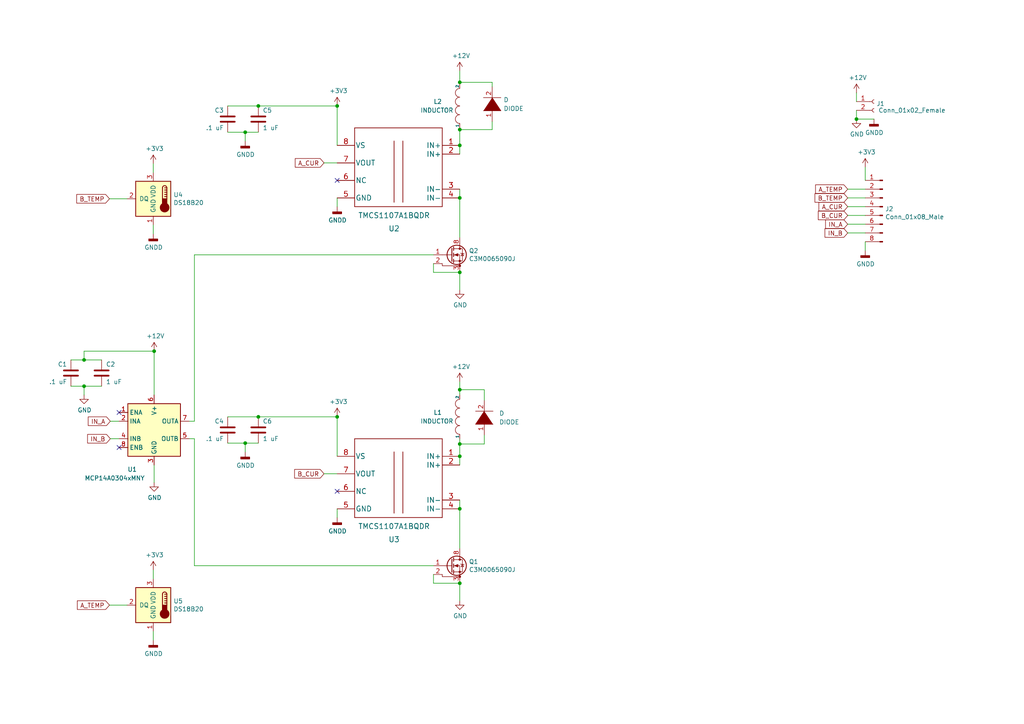
<source format=kicad_sch>
(kicad_sch (version 20211123) (generator eeschema)
  (paper "A4")
  (lib_symbols
    (symbol "Connector:Conn_01x02_Female" (pin_names (offset 1.016) hide)
      (property "Reference" "J" (at 0 2.54 0))
      (property "Value" "Conn_01x02_Female" (at 0 -5.08 0))
      (symbol "Conn_01x02_Female_1_1"
        (arc (start 0 -2.032) (mid -0.508 -2.54) (end 0 -3.048) (stroke (width 0.1524)))
        (polyline (pts (xy -1.27 -2.54) (xy -0.508 -2.54)) (stroke (width 0.1524)))
        (polyline (pts (xy -1.27 0) (xy -0.508 0)) (stroke (width 0.1524)))
        (arc (start 0 0.508) (mid -0.508 0) (end 0 -0.508) (stroke (width 0.1524)))
        (pin passive line (at -5.08 0 0) (length 3.81) (name "Pin_1") (number "1"))
        (pin passive line (at -5.08 -2.54 0) (length 3.81) (name "Pin_2") (number "2"))
      )
    )
    (symbol "Connector:Conn_01x08_Male" (pin_names (offset 1.016) hide)
      (property "Reference" "J" (at 0 10.16 0))
      (property "Value" "Conn_01x08_Male" (at 0 -12.7 0))
      (symbol "Conn_01x08_Male_1_1"
        (polyline (pts (xy 1.27 -10.16) (xy 0.8636 -10.16)) (stroke (width 0.1524)))
        (polyline (pts (xy 1.27 -7.62) (xy 0.8636 -7.62)) (stroke (width 0.1524)))
        (polyline (pts (xy 1.27 -5.08) (xy 0.8636 -5.08)) (stroke (width 0.1524)))
        (polyline (pts (xy 1.27 -2.54) (xy 0.8636 -2.54)) (stroke (width 0.1524)))
        (polyline (pts (xy 1.27 0) (xy 0.8636 0)) (stroke (width 0.1524)))
        (polyline (pts (xy 1.27 2.54) (xy 0.8636 2.54)) (stroke (width 0.1524)))
        (polyline (pts (xy 1.27 5.08) (xy 0.8636 5.08)) (stroke (width 0.1524)))
        (polyline (pts (xy 1.27 7.62) (xy 0.8636 7.62)) (stroke (width 0.1524)))
        (rectangle (start 0.8636 -10.033) (end 0 -10.287) (stroke (width 0.1524)) (fill (type outline)))
        (rectangle (start 0.8636 -7.493) (end 0 -7.747) (stroke (width 0.1524)) (fill (type outline)))
        (rectangle (start 0.8636 -4.953) (end 0 -5.207) (stroke (width 0.1524)) (fill (type outline)))
        (rectangle (start 0.8636 -2.413) (end 0 -2.667) (stroke (width 0.1524)) (fill (type outline)))
        (rectangle (start 0.8636 0.127) (end 0 -0.127) (stroke (width 0.1524)) (fill (type outline)))
        (rectangle (start 0.8636 2.667) (end 0 2.413) (stroke (width 0.1524)) (fill (type outline)))
        (rectangle (start 0.8636 5.207) (end 0 4.953) (stroke (width 0.1524)) (fill (type outline)))
        (rectangle (start 0.8636 7.747) (end 0 7.493) (stroke (width 0.1524)) (fill (type outline)))
        (pin passive line (at 5.08 7.62 180) (length 3.81) (name "Pin_1") (number "1"))
        (pin passive line (at 5.08 5.08 180) (length 3.81) (name "Pin_2") (number "2"))
        (pin passive line (at 5.08 2.54 180) (length 3.81) (name "Pin_3") (number "3"))
        (pin passive line (at 5.08 0 180) (length 3.81) (name "Pin_4") (number "4"))
        (pin passive line (at 5.08 -2.54 180) (length 3.81) (name "Pin_5") (number "5"))
        (pin passive line (at 5.08 -5.08 180) (length 3.81) (name "Pin_6") (number "6"))
        (pin passive line (at 5.08 -7.62 180) (length 3.81) (name "Pin_7") (number "7"))
        (pin passive line (at 5.08 -10.16 180) (length 3.81) (name "Pin_8") (number "8"))
      )
    )
    (symbol "Device:C" (pin_numbers hide) (pin_names (offset 0.254))
      (property "Reference" "C" (at 0.635 2.54 0))
      (property "Value" "C" (at 0.635 -2.54 0))
      (symbol "C_0_1"
        (polyline (pts (xy -2.032 -0.762) (xy 2.032 -0.762)) (stroke (width 0.508)))
        (polyline (pts (xy -2.032 0.762) (xy 2.032 0.762)) (stroke (width 0.508)))
      )
      (symbol "C_1_1"
        (pin passive line (at 0 3.81 270) (length 2.794) (name "~") (number "1"))
        (pin passive line (at 0 -3.81 90) (length 2.794) (name "~") (number "2"))
      )
    )
    (symbol "Driver_FET:MCP14A0304xMNY"
      (property "Reference" "U" (at -7.62 8.89 0))
      (property "Value" "MCP14A0304xMNY" (at 1.27 8.89 0))
      (symbol "MCP14A0304xMNY_0_1"
        (rectangle (start -7.62 -7.62) (end 7.62 7.62) (stroke (width 0.254)) (fill (type background)))
      )
      (symbol "MCP14A0304xMNY_1_1"
        (pin input line (at -10.16 5.08 0) (length 2.54) (name "ENA") (number "1"))
        (pin input line (at -10.16 2.54 0) (length 2.54) (name "INA") (number "2"))
        (pin power_in line (at 0 -10.16 90) (length 2.54) (name "GND") (number "3"))
        (pin input line (at -10.16 -2.54 0) (length 2.54) (name "INB") (number "4"))
        (pin output line (at 10.16 -2.54 180) (length 2.54) (name "OUTB") (number "5"))
        (pin power_in line (at 0 10.16 270) (length 2.54) (name "V+") (number "6"))
        (pin output line (at 10.16 2.54 180) (length 2.54) (name "OUTA") (number "7"))
        (pin input line (at -10.16 -5.08 0) (length 2.54) (name "ENB") (number "8"))
        (pin passive line (at 0 -10.16 90) (length 2.54) hide (name "GND") (number "9"))
      )
    )
    (symbol "Sensor_Temperature:DS18B20" (pin_names (offset 1.016))
      (property "Reference" "U" (at -3.81 6.35 0))
      (property "Value" "DS18B20" (at 6.35 6.35 0))
      (symbol "DS18B20_0_1"
        (rectangle (start -5.08 5.08) (end 5.08 -5.08) (stroke (width 0.254)) (fill (type background)))
        (circle (center -3.302 -2.54) (radius 1.27) (stroke (width 0.254)) (fill (type outline)))
        (rectangle (start -2.667 -1.905) (end -3.937 0) (stroke (width 0.254)) (fill (type outline)))
        (arc (start -2.667 3.175) (mid -3.302 3.81) (end -3.937 3.175) (stroke (width 0.254)))
        (polyline (pts (xy -3.937 0.635) (xy -3.302 0.635)) (stroke (width 0.254)))
        (polyline (pts (xy -3.937 1.27) (xy -3.302 1.27)) (stroke (width 0.254)))
        (polyline (pts (xy -3.937 1.905) (xy -3.302 1.905)) (stroke (width 0.254)))
        (polyline (pts (xy -3.937 2.54) (xy -3.302 2.54)) (stroke (width 0.254)))
        (polyline (pts (xy -3.937 3.175) (xy -3.937 0)) (stroke (width 0.254)))
        (polyline (pts (xy -3.937 3.175) (xy -3.302 3.175)) (stroke (width 0.254)))
        (polyline (pts (xy -2.667 3.175) (xy -2.667 0)) (stroke (width 0.254)))
      )
      (symbol "DS18B20_1_1"
        (pin power_in line (at 0 -7.62 90) (length 2.54) (name "GND") (number "1"))
        (pin bidirectional line (at 7.62 0 180) (length 2.54) (name "DQ") (number "2"))
        (pin power_in line (at 0 7.62 270) (length 2.54) (name "VDD") (number "3"))
      )
    )
    (symbol "Transistor_FET:C3M0065090J" (pin_names hide)
      (property "Reference" "Q" (at 5.08 1.905 0))
      (property "Value" "C3M0065090J" (at 5.08 0 0))
      (symbol "C3M0065090J_0_1"
        (polyline (pts (xy 0.254 0) (xy -2.54 0)))
        (polyline (pts (xy 0.254 1.905) (xy 0.254 -1.905)) (stroke (width 0.254)))
        (polyline (pts (xy 0.762 -1.27) (xy 0.762 -2.286)) (stroke (width 0.254)))
        (polyline (pts (xy 0.762 0.508) (xy 0.762 -0.508)) (stroke (width 0.254)))
        (polyline (pts (xy 0.762 2.286) (xy 0.762 1.27)) (stroke (width 0.254)))
        (polyline (pts (xy 2.54 2.54) (xy 2.54 1.778)))
        (polyline (pts (xy -2.54 -2.54) (xy -2.54 -3.175) (xy 2.54 -3.175)))
        (polyline (pts (xy 2.54 -2.54) (xy 2.54 0) (xy 0.762 0)))
        (polyline (pts (xy 0.762 -1.778) (xy 3.302 -1.778) (xy 3.302 1.778) (xy 0.762 1.778)))
        (polyline (pts (xy 1.016 0) (xy 2.032 0.381) (xy 2.032 -0.381) (xy 1.016 0)) (fill (type outline)))
        (polyline (pts (xy 2.794 0.508) (xy 2.921 0.381) (xy 3.683 0.381) (xy 3.81 0.254)))
        (polyline (pts (xy 3.302 0.381) (xy 2.921 -0.254) (xy 3.683 -0.254) (xy 3.302 0.381)))
        (circle (center 1.651 0) (radius 2.794) (stroke (width 0.254)))
        (circle (center 2.54 -3.175) (radius 0.2794) (fill (type outline)))
        (circle (center 2.54 -1.778) (radius 0.254) (fill (type outline)))
        (circle (center 2.54 1.778) (radius 0.254) (fill (type outline)))
      )
      (symbol "C3M0065090J_1_1"
        (pin input line (at -5.08 0 0) (length 2.54) (name "G") (number "1"))
        (pin passive line (at -5.08 -2.54 0) (length 2.54) (name "DS") (number "2"))
        (pin passive line (at 2.54 -5.08 90) (length 2.54) (name "S") (number "3"))
        (pin passive line (at 2.54 -5.08 90) (length 2.54) hide (name "S") (number "4"))
        (pin passive line (at 2.54 -5.08 90) (length 2.54) hide (name "S") (number "5"))
        (pin passive line (at 2.54 -5.08 90) (length 2.54) hide (name "S") (number "6"))
        (pin passive line (at 2.54 -5.08 90) (length 2.54) hide (name "S") (number "7"))
        (pin passive line (at 2.54 5.08 270) (length 2.54) (name "D") (number "8"))
      )
    )
    (symbol "maghand-rescue:TMCS1107A1BQDR-TMCS1107" (pin_names (offset 0.254))
      (property "Reference" "U" (at 0 2.54 0))
      (property "Value" "TMCS1107A1BQDR-TMCS1107" (at 0 0 0))
      (symbol "TMCS1107A1BQDR-TMCS1107_1_1"
        (polyline (pts (xy 5.08 -17.78) (xy 30.48 -17.78)) (stroke (width 0.2032)))
        (polyline (pts (xy 5.08 5.08) (xy 5.08 -17.78)) (stroke (width 0.2032)))
        (polyline (pts (xy 16.51 1.27) (xy 16.51 -16.51)) (stroke (width 0.2032)))
        (polyline (pts (xy 19.05 1.27) (xy 19.05 -16.51)) (stroke (width 0.2032)))
        (polyline (pts (xy 30.48 -17.78) (xy 30.48 5.08)) (stroke (width 0.2032)))
        (polyline (pts (xy 30.48 5.08) (xy 5.08 5.08)) (stroke (width 0.2032)))
        (pin unspecified line (at 0 0 0) (length 5.08) (name "IN+") (number "1"))
        (pin unspecified line (at 0 -2.54 0) (length 5.08) (name "IN+") (number "2"))
        (pin unspecified line (at 0 -12.7 0) (length 5.08) (name "IN-") (number "3"))
        (pin unspecified line (at 0 -15.24 0) (length 5.08) (name "IN-") (number "4"))
        (pin power_in line (at 35.56 -15.24 180) (length 5.08) (name "GND") (number "5"))
        (pin unspecified line (at 35.56 -10.16 180) (length 5.08) (name "NC") (number "6"))
        (pin unspecified line (at 35.56 -5.08 180) (length 5.08) (name "VOUT") (number "7"))
        (pin power_in line (at 35.56 0 180) (length 5.08) (name "VS") (number "8"))
      )
    )
    (symbol "power:+12V" (power) (pin_names (offset 0))
      (property "Value" "+12V" (at 0 3.556 0))
      (symbol "+12V_0_1"
        (polyline (pts (xy -0.762 1.27) (xy 0 2.54)))
        (polyline (pts (xy 0 0) (xy 0 2.54)))
        (polyline (pts (xy 0 2.54) (xy 0.762 1.27)))
      )
      (symbol "+12V_1_1"
        (pin power_in line (at 0 0 90) (length 0) hide (name "+12V") (number "1"))
      )
    )
    (symbol "power:+3V3" (power) (pin_names (offset 0))
      (property "Value" "+3V3" (at 0 3.556 0))
      (symbol "+3V3_0_1"
        (polyline (pts (xy -0.762 1.27) (xy 0 2.54)))
        (polyline (pts (xy 0 0) (xy 0 2.54)))
        (polyline (pts (xy 0 2.54) (xy 0.762 1.27)))
      )
      (symbol "+3V3_1_1"
        (pin power_in line (at 0 0 90) (length 0) hide (name "+3V3") (number "1"))
      )
    )
    (symbol "power:GND" (power) (pin_names (offset 0))
      (property "Value" "GND" (at 0 -3.81 0))
      (symbol "GND_0_1"
        (polyline (pts (xy 0 0) (xy 0 -1.27) (xy 1.27 -1.27) (xy 0 -2.54) (xy -1.27 -1.27) (xy 0 -1.27)))
      )
      (symbol "GND_1_1"
        (pin power_in line (at 0 0 270) (length 0) hide (name "GND") (number "1"))
      )
    )
    (symbol "power:GNDD" (power) (pin_names (offset 0))
      (property "Value" "GNDD" (at 0 -3.175 0))
      (symbol "GNDD_0_1"
        (rectangle (start -1.27 -1.524) (end 1.27 -2.032) (stroke (width 0.254)) (fill (type outline)))
        (polyline (pts (xy 0 0) (xy 0 -1.524)))
      )
      (symbol "GNDD_1_1"
        (pin power_in line (at 0 0 270) (length 0) hide (name "GNDD") (number "1"))
      )
    )
    (symbol "pspice:DIODE" (pin_names (offset 1.016) hide)
      (property "Reference" "D" (at 0 3.81 0))
      (property "Value" "DIODE" (at 0 -4.445 0))
      (symbol "DIODE_0_1"
        (polyline (pts (xy 1.905 2.54) (xy 1.905 -2.54)))
        (polyline (pts (xy -1.905 2.54) (xy -1.905 -2.54) (xy 1.905 0)) (fill (type outline)))
      )
      (symbol "DIODE_1_1"
        (pin input line (at -5.08 0 0) (length 3.81) (name "K") (number "1"))
        (pin input line (at 5.08 0 180) (length 3.81) (name "A") (number "2"))
      )
    )
    (symbol "pspice:INDUCTOR" (pin_numbers hide) (pin_names (offset 0))
      (property "Reference" "L" (at 0 2.54 0))
      (property "Value" "INDUCTOR" (at 0 -1.27 0))
      (symbol "INDUCTOR_0_1"
        (arc (start -2.54 0) (mid -3.81 1.27) (end -5.08 0))
        (arc (start 0 0) (mid -1.27 1.27) (end -2.54 0))
        (arc (start 2.54 0) (mid 1.27 1.27) (end 0 0))
        (arc (start 5.08 0) (mid 3.81 1.27) (end 2.54 0))
      )
      (symbol "INDUCTOR_1_1"
        (pin input line (at -6.35 0 0) (length 1.27) (name "1") (number "1"))
        (pin input line (at 6.35 0 180) (length 1.27) (name "2") (number "2"))
      )
    )
  )
  (junction (at 133.35 128.778))
  (junction (at 44.704 101.854))
  (junction (at 133.35 37.592))
  (junction (at 97.79 120.904))
  (junction (at 71.12 38.354))
  (junction (at 133.35 57.404))
  (junction (at 248.412 34.544))
  (junction (at 133.35 113.03))
  (junction (at 133.35 132.334))
  (junction (at 71.12 128.524))
  (junction (at 74.93 30.734))
  (junction (at 74.93 120.904))
  (junction (at 24.384 112.014))
  (junction (at 133.35 42.164))
  (junction (at 24.384 104.394))
  (junction (at 97.79 30.734))
  (junction (at 133.35 147.574))
  (junction (at 133.35 169.164))
  (junction (at 133.35 78.994))
  (junction (at 133.35 23.876))
  (no_connect (at 97.79 142.494))
  (no_connect (at 34.544 119.634))
  (no_connect (at 34.544 129.794))
  (no_connect (at 97.79 52.324))
  (wire (pts (xy 97.79 30.734) (xy 97.79 42.164)))
  (wire (pts (xy 133.35 147.574) (xy 133.35 159.004)))
  (wire (pts (xy 253.492 34.544) (xy 248.412 34.544)))
  (wire (pts (xy 133.35 54.864) (xy 133.35 57.404)))
  (wire (pts (xy 133.35 23.876) (xy 133.35 24.384)))
  (wire (pts (xy 250.952 72.644) (xy 250.952 70.104)))
  (wire (pts (xy 245.872 62.484) (xy 250.952 62.484)))
  (wire (pts (xy 140.462 113.03) (xy 133.35 113.03)))
  (wire (pts (xy 31.75 175.514) (xy 36.83 175.514)))
  (wire (pts (xy 140.462 128.778) (xy 133.35 128.778)))
  (wire (pts (xy 142.748 25.146) (xy 142.748 23.876)))
  (wire (pts (xy 24.384 101.854) (xy 44.704 101.854)))
  (wire (pts (xy 32.004 122.174) (xy 34.544 122.174)))
  (wire (pts (xy 133.35 37.592) (xy 133.35 37.084)))
  (wire (pts (xy 56.388 164.084) (xy 56.388 127.254)))
  (wire (pts (xy 93.98 47.244) (xy 97.79 47.244)))
  (wire (pts (xy 24.384 114.554) (xy 24.384 112.014)))
  (wire (pts (xy 133.35 113.03) (xy 133.35 114.554)))
  (wire (pts (xy 44.45 165.354) (xy 44.45 167.894)))
  (wire (pts (xy 97.79 120.904) (xy 97.79 132.334)))
  (wire (pts (xy 44.45 65.278) (xy 44.45 67.818)))
  (wire (pts (xy 71.12 128.524) (xy 66.04 128.524)))
  (wire (pts (xy 44.704 101.854) (xy 44.704 114.554)))
  (wire (pts (xy 133.35 110.744) (xy 133.35 113.03)))
  (wire (pts (xy 71.12 128.524) (xy 71.12 131.064)))
  (wire (pts (xy 142.748 37.592) (xy 133.35 37.592)))
  (wire (pts (xy 125.73 166.624) (xy 125.73 169.164)))
  (wire (pts (xy 245.872 57.404) (xy 250.952 57.404)))
  (wire (pts (xy 97.79 147.574) (xy 97.79 150.114)))
  (wire (pts (xy 125.73 73.914) (xy 56.388 73.914)))
  (wire (pts (xy 34.544 127.254) (xy 32.004 127.254)))
  (wire (pts (xy 24.384 112.014) (xy 20.574 112.014)))
  (wire (pts (xy 140.462 116.078) (xy 140.462 113.03)))
  (wire (pts (xy 125.73 164.084) (xy 56.388 164.084)))
  (wire (pts (xy 66.04 120.904) (xy 74.93 120.904)))
  (wire (pts (xy 97.79 57.404) (xy 97.79 59.944)))
  (wire (pts (xy 66.04 30.734) (xy 74.93 30.734)))
  (wire (pts (xy 20.574 104.394) (xy 24.384 104.394)))
  (wire (pts (xy 133.35 128.778) (xy 133.35 127.254)))
  (wire (pts (xy 142.748 23.876) (xy 133.35 23.876)))
  (wire (pts (xy 133.35 134.874) (xy 133.35 132.334)))
  (wire (pts (xy 250.952 48.514) (xy 250.952 52.324)))
  (wire (pts (xy 44.45 47.498) (xy 44.45 50.038)))
  (wire (pts (xy 24.384 104.394) (xy 29.464 104.394)))
  (wire (pts (xy 133.35 169.164) (xy 133.35 174.244)))
  (wire (pts (xy 140.462 126.238) (xy 140.462 128.778)))
  (wire (pts (xy 133.35 78.994) (xy 133.35 84.074)))
  (wire (pts (xy 133.35 145.034) (xy 133.35 147.574)))
  (wire (pts (xy 125.73 76.454) (xy 125.73 78.994)))
  (wire (pts (xy 74.93 120.904) (xy 97.79 120.904)))
  (wire (pts (xy 245.872 67.564) (xy 250.952 67.564)))
  (wire (pts (xy 93.98 137.414) (xy 97.79 137.414)))
  (wire (pts (xy 248.412 26.924) (xy 248.412 29.464)))
  (wire (pts (xy 44.704 134.874) (xy 44.704 139.954)))
  (wire (pts (xy 248.412 32.004) (xy 248.412 34.544)))
  (wire (pts (xy 71.12 38.354) (xy 66.04 38.354)))
  (wire (pts (xy 133.35 20.574) (xy 133.35 23.876)))
  (wire (pts (xy 133.35 132.334) (xy 133.35 128.778)))
  (wire (pts (xy 24.384 101.854) (xy 24.384 104.394)))
  (wire (pts (xy 250.952 65.024) (xy 245.872 65.024)))
  (wire (pts (xy 74.93 128.524) (xy 71.12 128.524)))
  (wire (pts (xy 29.464 112.014) (xy 24.384 112.014)))
  (wire (pts (xy 133.35 57.404) (xy 133.35 68.834)))
  (wire (pts (xy 133.35 42.164) (xy 133.35 37.592)))
  (wire (pts (xy 74.93 38.354) (xy 71.12 38.354)))
  (wire (pts (xy 56.388 127.254) (xy 54.864 127.254)))
  (wire (pts (xy 142.748 35.306) (xy 142.748 37.592)))
  (wire (pts (xy 56.388 122.174) (xy 54.864 122.174)))
  (wire (pts (xy 56.388 73.914) (xy 56.388 122.174)))
  (wire (pts (xy 125.73 78.994) (xy 133.35 78.994)))
  (wire (pts (xy 74.93 30.734) (xy 97.79 30.734)))
  (wire (pts (xy 31.75 57.658) (xy 36.83 57.658)))
  (wire (pts (xy 133.35 44.704) (xy 133.35 42.164)))
  (wire (pts (xy 71.12 38.354) (xy 71.12 40.894)))
  (wire (pts (xy 125.73 169.164) (xy 133.35 169.164)))
  (wire (pts (xy 44.45 183.134) (xy 44.45 185.674)))
  (wire (pts (xy 250.952 59.944) (xy 245.872 59.944)))
  (wire (pts (xy 250.952 54.864) (xy 245.872 54.864)))
  (global_label "B_CUR" (shape input) (at 245.872 62.484 180) (property "Intersheet References" "${INTERSHEET_REFS}" (effects hide)))
  (global_label "IN_A" (shape input) (at 32.004 122.174 180) (property "Intersheet References" "${INTERSHEET_REFS}" (effects hide)))
  (global_label "B_CUR" (shape input) (at 93.98 137.414 180) (property "Intersheet References" "${INTERSHEET_REFS}" (effects hide)))
  (global_label "IN_A" (shape input) (at 245.872 65.024 180) (property "Intersheet References" "${INTERSHEET_REFS}" (effects hide)))
  (global_label "IN_B" (shape input) (at 32.004 127.254 180) (property "Intersheet References" "${INTERSHEET_REFS}" (effects hide)))
  (global_label "IN_B" (shape input) (at 245.872 67.564 180) (property "Intersheet References" "${INTERSHEET_REFS}" (effects hide)))
  (global_label "A_TEMP" (shape input) (at 245.872 54.864 180) (property "Intersheet References" "${INTERSHEET_REFS}" (effects hide)))
  (global_label "A_TEMP" (shape input) (at 31.75 175.514 180) (property "Intersheet References" "${INTERSHEET_REFS}" (effects hide)))
  (global_label "B_TEMP" (shape input) (at 31.75 57.658 180) (property "Intersheet References" "${INTERSHEET_REFS}" (effects hide)))
  (global_label "B_TEMP" (shape input) (at 245.872 57.404 180) (property "Intersheet References" "${INTERSHEET_REFS}" (effects hide)))
  (global_label "A_CUR" (shape input) (at 245.872 59.944 180) (property "Intersheet References" "${INTERSHEET_REFS}" (effects hide)))
  (global_label "A_CUR" (shape input) (at 93.98 47.244 180) (property "Intersheet References" "${INTERSHEET_REFS}" (effects hide)))
  (symbol (lib_id "Transistor_FET:C3M0065090J") (at 130.81 164.084 0) (unit 1)
    (property "Reference" "Q1" (at 135.9916 162.9156 0) (effects (justify left)))
    (property "Value" "C3M0065090J" (at 135.9916 165.227 0) (effects (justify left)))
    (property "Footprint" "Package_TO_SOT_SMD:TO-263-7_TabPin8" (effects hide))
    (property "Datasheet" "https://www.wolfspeed.com/media/downloads/145/C3M0065090J.pdf" (effects hide))
  )
  (symbol (lib_id "Driver_FET:MCP14A0304xMNY") (at 44.704 124.714 0) (unit 1)
    (property "Reference" "U1" (at 38.354 136.144 0))
    (property "Value" "MCP14A0304xMNY" (at 33.274 138.684 0))
    (property "Footprint" "Package_SO:SO-8_3.9x4.9mm_P1.27mm" (effects hide))
    (property "Datasheet" "http://ww1.microchip.com/downloads/en/DeviceDoc/MCP14A0303_4_5-Data-Sheet-20006046A.pdf" (effects hide))
  )
  (symbol (lib_id "power:GND") (at 133.35 174.244 0) (unit 1)
    (property "Reference" "#PWR0101" (effects hide))
    (property "Value" "GND" (at 133.477 178.6382 0))
  )
  (symbol (lib_id "power:GND") (at 44.704 139.954 0) (unit 1)
    (property "Reference" "#PWR0102" (effects hide))
    (property "Value" "GND" (at 44.831 144.3482 0))
  )
  (symbol (lib_id "power:+12V") (at 133.35 110.744 0) (unit 1)
    (property "Reference" "#PWR0103" (effects hide))
    (property "Value" "+12V" (at 133.731 106.3498 0))
  )
  (symbol (lib_id "power:+12V") (at 44.704 101.854 0) (unit 1)
    (property "Reference" "#PWR0104" (effects hide))
    (property "Value" "+12V" (at 45.085 97.4598 0))
  )
  (symbol (lib_id "pspice:INDUCTOR") (at 133.35 120.904 90) (unit 1)
    (property "Reference" "L1" (at 125.73 119.634 90) (effects (justify right)))
    (property "Value" "INDUCTOR" (at 121.92 122.174 90) (effects (justify right)))
    (property "Footprint" "te:2x6mmsquare" (effects hide))
  )
  (symbol (lib_id "Device:C") (at 20.574 108.204 0) (unit 1)
    (property "Reference" "C1" (at 16.764 105.664 0) (effects (justify left)))
    (property "Value" ".1 uF" (at 14.224 110.744 0) (effects (justify left)))
    (property "Footprint" "Capacitor_SMD:C_0805_2012Metric_Pad1.15x1.40mm_HandSolder" (effects hide))
  )
  (symbol (lib_id "Device:C") (at 29.464 108.204 0) (unit 1)
    (property "Reference" "C2" (at 30.734 105.664 0) (effects (justify left)))
    (property "Value" "1 uF" (at 30.734 110.744 0) (effects (justify left)))
    (property "Footprint" "Capacitor_SMD:C_0805_2012Metric_Pad1.15x1.40mm_HandSolder" (effects hide))
  )
  (symbol (lib_id "power:GND") (at 24.384 114.554 0) (unit 1)
    (property "Reference" "#PWR0107" (effects hide))
    (property "Value" "GND" (at 24.511 118.9482 0))
  )
  (symbol (lib_id "maghand-rescue:TMCS1107A1BQDR-TMCS1107") (at 133.35 132.334 0) (mirror y) (unit 1)
    (property "Reference" "U3" (at 114.3 156.464 0) (effects (font (size 1.524 1.524))))
    (property "Value" "TMCS1107A1BQDR" (at 114.3 152.654 0) (effects (font (size 1.524 1.524))))
    (property "Footprint" "Package_SO:SOIC-8_5.23x5.23mm_P1.27mm" (effects hide))
  )
  (symbol (lib_id "power:+3V3") (at 97.79 120.904 0) (unit 1)
    (property "Reference" "#PWR0105" (effects hide))
    (property "Value" "+3V3" (at 98.171 116.5098 0))
  )
  (symbol (lib_id "power:GNDD") (at 97.79 150.114 0) (unit 1)
    (property "Reference" "#PWR0106" (effects hide))
    (property "Value" "GNDD" (at 97.8916 154.051 0))
  )
  (symbol (lib_id "Device:C") (at 66.04 124.714 0) (unit 1)
    (property "Reference" "C4" (at 62.23 122.174 0) (effects (justify left)))
    (property "Value" ".1 uF" (at 59.69 127.254 0) (effects (justify left)))
    (property "Footprint" "Capacitor_SMD:C_0805_2012Metric_Pad1.15x1.40mm_HandSolder" (effects hide))
  )
  (symbol (lib_id "Device:C") (at 74.93 124.714 0) (unit 1)
    (property "Reference" "C6" (at 76.2 122.174 0) (effects (justify left)))
    (property "Value" "1 uF" (at 76.2 127.254 0) (effects (justify left)))
    (property "Footprint" "Capacitor_SMD:C_0805_2012Metric_Pad1.15x1.40mm_HandSolder" (effects hide))
  )
  (symbol (lib_id "power:GNDD") (at 71.12 131.064 0) (unit 1)
    (property "Reference" "#PWR0108" (effects hide))
    (property "Value" "GNDD" (at 71.2216 135.001 0))
  )
  (symbol (lib_id "Transistor_FET:C3M0065090J") (at 130.81 73.914 0) (unit 1)
    (property "Reference" "Q2" (at 135.9916 72.7456 0) (effects (justify left)))
    (property "Value" "C3M0065090J" (at 135.9916 75.057 0) (effects (justify left)))
    (property "Footprint" "Package_TO_SOT_SMD:TO-263-7_TabPin8" (effects hide))
    (property "Datasheet" "https://www.wolfspeed.com/media/downloads/145/C3M0065090J.pdf" (effects hide))
  )
  (symbol (lib_id "power:GND") (at 133.35 84.074 0) (unit 1)
    (property "Reference" "#PWR0109" (effects hide))
    (property "Value" "GND" (at 133.477 88.4682 0))
  )
  (symbol (lib_id "power:+12V") (at 133.35 20.574 0) (unit 1)
    (property "Reference" "#PWR0110" (effects hide))
    (property "Value" "+12V" (at 133.731 16.1798 0))
  )
  (symbol (lib_id "pspice:INDUCTOR") (at 133.35 30.734 90) (unit 1)
    (property "Reference" "L2" (at 125.73 29.464 90) (effects (justify right)))
    (property "Value" "INDUCTOR" (at 121.92 32.004 90) (effects (justify right)))
    (property "Footprint" "te:2x6mmsquare" (effects hide))
  )
  (symbol (lib_id "power:+3V3") (at 97.79 30.734 0) (unit 1)
    (property "Reference" "#PWR0111" (effects hide))
    (property "Value" "+3V3" (at 98.171 26.3398 0))
  )
  (symbol (lib_id "power:GNDD") (at 97.79 59.944 0) (unit 1)
    (property "Reference" "#PWR0112" (effects hide))
    (property "Value" "GNDD" (at 97.8916 63.881 0))
  )
  (symbol (lib_id "Device:C") (at 66.04 34.544 0) (unit 1)
    (property "Reference" "C3" (at 62.23 32.004 0) (effects (justify left)))
    (property "Value" ".1 uF" (at 59.69 37.084 0) (effects (justify left)))
    (property "Footprint" "Capacitor_SMD:C_0805_2012Metric_Pad1.15x1.40mm_HandSolder" (effects hide))
  )
  (symbol (lib_id "Device:C") (at 74.93 34.544 0) (unit 1)
    (property "Reference" "C5" (at 76.2 32.004 0) (effects (justify left)))
    (property "Value" "1 uF" (at 76.2 37.084 0) (effects (justify left)))
    (property "Footprint" "Capacitor_SMD:C_0805_2012Metric_Pad1.15x1.40mm_HandSolder" (effects hide))
  )
  (symbol (lib_id "power:GNDD") (at 71.12 40.894 0) (unit 1)
    (property "Reference" "#PWR0113" (effects hide))
    (property "Value" "GNDD" (at 71.2216 44.831 0))
  )
  (symbol (lib_id "maghand-rescue:TMCS1107A1BQDR-TMCS1107") (at 133.35 42.164 0) (mirror y) (unit 1)
    (property "Reference" "U2" (at 114.3 66.294 0) (effects (font (size 1.524 1.524))))
    (property "Value" "TMCS1107A1BQDR" (at 114.3 62.484 0) (effects (font (size 1.524 1.524))))
    (property "Footprint" "Package_SO:SOIC-8_5.23x5.23mm_P1.27mm" (effects hide))
  )
  (symbol (lib_id "Connector:Conn_01x02_Female") (at 253.492 29.464 0) (unit 1)
    (property "Reference" "J1" (at 254.2032 30.0736 0) (effects (justify left)))
    (property "Value" "Conn_01x02_Female" (at 254.762 32.004 0) (effects (justify left)))
    (property "Footprint" "te:2x6mmsquare" (effects hide))
  )
  (symbol (lib_id "power:+12V") (at 248.412 26.924 0) (unit 1)
    (property "Reference" "#PWR0114" (effects hide))
    (property "Value" "+12V" (at 248.793 22.5298 0))
  )
  (symbol (lib_id "power:GND") (at 248.412 34.544 0) (unit 1)
    (property "Reference" "#PWR0115" (effects hide))
    (property "Value" "GND" (at 248.539 38.9382 0))
  )
  (symbol (lib_id "Sensor_Temperature:DS18B20") (at 44.45 175.514 0) (mirror y) (unit 1)
    (property "Reference" "U5" (at 50.292 174.3456 0) (effects (justify right)))
    (property "Value" "DS18B20" (at 50.292 176.657 0) (effects (justify right)))
    (property "Footprint" "Connector_PinSocket_2.54mm:PinSocket_1x03_P2.54mm_Vertical" (effects hide))
    (property "Datasheet" "http://datasheets.maximintegrated.com/en/ds/DS18B20.pdf" (effects hide))
  )
  (symbol (lib_id "power:+3V3") (at 44.45 165.354 0) (unit 1)
    (property "Reference" "#PWR0116" (effects hide))
    (property "Value" "+3V3" (at 44.831 160.9598 0))
  )
  (symbol (lib_id "power:GNDD") (at 44.45 185.674 0) (unit 1)
    (property "Reference" "#PWR0117" (effects hide))
    (property "Value" "GNDD" (at 44.5516 189.611 0))
  )
  (symbol (lib_id "Sensor_Temperature:DS18B20") (at 44.45 57.658 0) (mirror y) (unit 1)
    (property "Reference" "U4" (at 50.292 56.4896 0) (effects (justify right)))
    (property "Value" "DS18B20" (at 50.292 58.801 0) (effects (justify right)))
    (property "Footprint" "Connector_PinSocket_2.54mm:PinSocket_1x03_P2.54mm_Vertical" (effects hide))
    (property "Datasheet" "http://datasheets.maximintegrated.com/en/ds/DS18B20.pdf" (effects hide))
  )
  (symbol (lib_id "power:+3V3") (at 44.45 47.498 0) (unit 1)
    (property "Reference" "#PWR0118" (effects hide))
    (property "Value" "+3V3" (at 44.831 43.1038 0))
  )
  (symbol (lib_id "power:GNDD") (at 44.45 67.818 0) (unit 1)
    (property "Reference" "#PWR0119" (effects hide))
    (property "Value" "GNDD" (at 44.5516 71.755 0))
  )
  (symbol (lib_id "Connector:Conn_01x08_Male") (at 256.032 59.944 0) (mirror y) (unit 1)
    (property "Reference" "J2" (at 256.7432 60.6044 0) (effects (justify right)))
    (property "Value" "Conn_01x08_Male" (at 256.7432 62.9158 0) (effects (justify right)))
    (property "Footprint" "Connector_PinHeader_2.54mm:PinHeader_1x08_P2.54mm_Vertical" (effects hide))
  )
  (symbol (lib_id "power:GNDD") (at 250.952 72.644 0) (unit 1)
    (property "Reference" "#PWR0120" (effects hide))
    (property "Value" "GNDD" (at 251.0536 76.581 0))
  )
  (symbol (lib_id "power:+3V3") (at 250.952 48.514 0) (unit 1)
    (property "Reference" "#PWR0121" (effects hide))
    (property "Value" "+3V3" (at 251.333 44.1198 0))
  )
  (symbol (lib_id "power:GNDD") (at 253.492 34.544 0) (unit 1)
    (property "Reference" "#PWR0122" (effects hide))
    (property "Value" "GNDD" (at 253.5936 38.481 0))
  )
  (symbol (lib_id "pspice:DIODE") (at 140.462 121.158 270) (mirror x) (unit 1)
    (property "Reference" "D" (at 144.78 119.8879 90) (effects (justify left)))
    (property "Value" "DIODE" (at 144.78 122.4279 90) (effects (justify left)))
  )
  (symbol (lib_id "pspice:DIODE") (at 142.748 30.226 90) (unit 1)
    (property "Reference" "D" (at 146.05 28.9559 90) (effects (justify right)))
    (property "Value" "DIODE" (at 146.05 31.4959 90) (effects (justify right)))
  )
)
</source>
